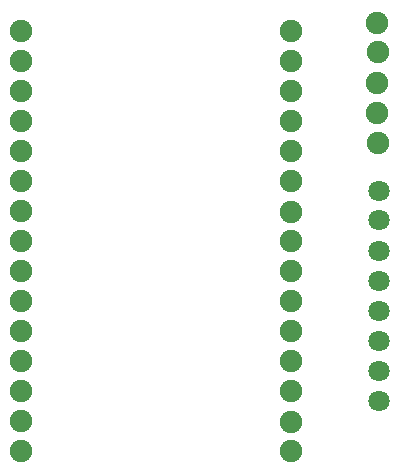
<source format=gbs>
G04*
G04 #@! TF.GenerationSoftware,Altium Limited,Altium Designer,19.1.7 (138)*
G04*
G04 Layer_Color=16711935*
%FSLAX25Y25*%
%MOIN*%
G70*
G01*
G75*
%ADD11C,0.07487*%
%ADD12C,0.07093*%
D11*
X113100Y233126D02*
D03*
Y223126D02*
D03*
Y213126D02*
D03*
Y203126D02*
D03*
Y193126D02*
D03*
Y183126D02*
D03*
X113000Y173026D02*
D03*
X113100Y163126D02*
D03*
Y303126D02*
D03*
Y293126D02*
D03*
Y283126D02*
D03*
Y273126D02*
D03*
Y263126D02*
D03*
Y253126D02*
D03*
X113000Y243026D02*
D03*
X23000Y233126D02*
D03*
Y243126D02*
D03*
Y253126D02*
D03*
X23100Y263126D02*
D03*
X23000Y273126D02*
D03*
Y283126D02*
D03*
X23100Y293226D02*
D03*
X23000Y303126D02*
D03*
Y163126D02*
D03*
Y173126D02*
D03*
Y183126D02*
D03*
X23100Y193126D02*
D03*
X23000Y203126D02*
D03*
Y213126D02*
D03*
X23100Y223226D02*
D03*
X141900Y306026D02*
D03*
X142000Y296126D02*
D03*
X141900Y286026D02*
D03*
Y276026D02*
D03*
X142000Y266026D02*
D03*
D12*
X142400Y250026D02*
D03*
X142500Y240126D02*
D03*
X142400Y230026D02*
D03*
Y220026D02*
D03*
Y210026D02*
D03*
Y200026D02*
D03*
Y190026D02*
D03*
Y180026D02*
D03*
M02*

</source>
